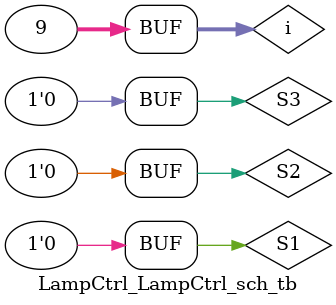
<source format=v>

`timescale 1ns / 1ps

module LampCtrl_LampCtrl_sch_tb();

// Inputs
   reg S2;
   reg S3;
   reg S1;

// Output
   wire F;

// Bidirs

// Instantiate the UUT
   LampCtrl UUT (
		.S2(S2), 
		.S3(S3), 
		.S1(S1), 
		.F(F)
   );
// Initialize Inputs
   //`ifdef auto_init
	integer i;
       initial begin
		 for(i=0;i<=8;i=i+1)begin
		 {S3,S2,S1}<=i;
		 #50;
		 end
	end
		
   //`endif
endmodule

</source>
